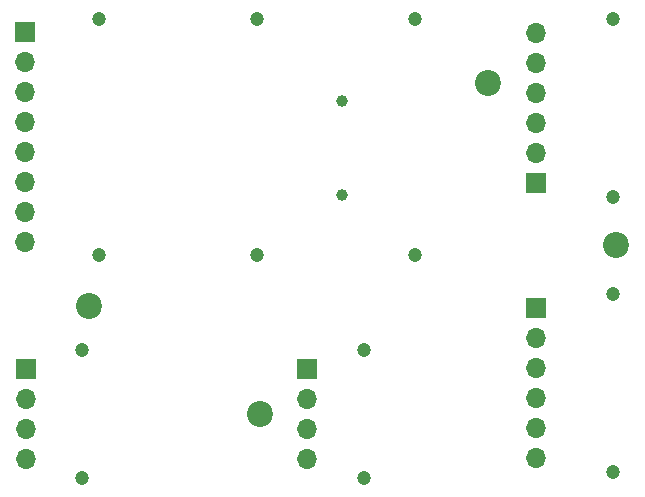
<source format=gbs>
%TF.GenerationSoftware,KiCad,Pcbnew,7.0.9*%
%TF.CreationDate,2024-01-07T22:37:45+08:00*%
%TF.ProjectId,UINIO-Storage,55494e49-4f2d-4537-946f-726167652e6b,Version 1.0.0*%
%TF.SameCoordinates,PX75da690PY4f4f778*%
%TF.FileFunction,Soldermask,Bot*%
%TF.FilePolarity,Negative*%
%FSLAX46Y46*%
G04 Gerber Fmt 4.6, Leading zero omitted, Abs format (unit mm)*
G04 Created by KiCad (PCBNEW 7.0.9) date 2024-01-07 22:37:45*
%MOMM*%
%LPD*%
G01*
G04 APERTURE LIST*
%ADD10R,1.700000X1.700000*%
%ADD11O,1.700000X1.700000*%
%ADD12C,1.200000*%
%ADD13C,2.200000*%
%ADD14C,1.000000*%
G04 APERTURE END LIST*
D10*
%TO.C,J1*%
X-538000Y-31512000D03*
D11*
X-538000Y-34052000D03*
X-538000Y-36592000D03*
X-538000Y-39132000D03*
%TD*%
D12*
%TO.C,HOLE\u002A\u002A*%
X32422000Y-1837000D03*
%TD*%
D13*
%TO.C,HOLE\u002A\u002A*%
X38617000Y-7237000D03*
%TD*%
%TO.C,HOLE\u002A\u002A*%
X19287000Y-35337000D03*
%TD*%
D10*
%TO.C,J2*%
X23257000Y-31512000D03*
D11*
X23257000Y-34052000D03*
X23257000Y-36592000D03*
X23257000Y-39132000D03*
%TD*%
D12*
%TO.C,HOLE\u002A\u002A*%
X49212000Y-25165000D03*
%TD*%
D10*
%TO.C,J3*%
X42702000Y-15707000D03*
D11*
X42702000Y-13167000D03*
X42702000Y-10627000D03*
X42702000Y-8087000D03*
X42702000Y-5547000D03*
X42702000Y-3007000D03*
%TD*%
D14*
%TO.C,Card1*%
X26232000Y-16783000D03*
X26232000Y-8783000D03*
%TD*%
D12*
%TO.C,HOLE\u002A\u002A*%
X32422000Y-21837000D03*
%TD*%
%TO.C,HOLE\u002A\u002A*%
X5708000Y-1837000D03*
%TD*%
%TO.C,HOLE\u002A\u002A*%
X49212000Y-1825000D03*
%TD*%
%TO.C,HOLE\u002A\u002A*%
X4282000Y-29902786D03*
%TD*%
%TO.C,HOLE\u002A\u002A*%
X4282000Y-40722786D03*
%TD*%
%TO.C,HOLE\u002A\u002A*%
X28082000Y-40722786D03*
%TD*%
%TO.C,HOLE\u002A\u002A*%
X49212000Y-16885000D03*
%TD*%
%TO.C,HOLE\u002A\u002A*%
X28082000Y-29902786D03*
%TD*%
%TO.C,HOLE\u002A\u002A*%
X19065000Y-21837000D03*
%TD*%
%TO.C,HOLE\u002A\u002A*%
X49212000Y-40225000D03*
%TD*%
%TO.C,HOLE\u002A\u002A*%
X5708000Y-21837000D03*
%TD*%
D13*
%TO.C,HOLE\u002A\u002A*%
X4802000Y-26132000D03*
%TD*%
D10*
%TO.C,J5*%
X42702000Y-26347000D03*
D11*
X42702000Y-28887000D03*
X42702000Y-31427000D03*
X42702000Y-33967000D03*
X42702000Y-36507000D03*
X42702000Y-39047000D03*
%TD*%
D12*
%TO.C,HOLE\u002A\u002A*%
X19065000Y-1837000D03*
%TD*%
D10*
%TO.C,J4*%
X-548000Y-2962000D03*
D11*
X-548000Y-5502000D03*
X-548000Y-8042000D03*
X-548000Y-10582000D03*
X-548000Y-13122000D03*
X-548000Y-15662000D03*
X-548000Y-18202000D03*
X-548000Y-20742000D03*
%TD*%
D13*
%TO.C,HOLE\u002A\u002A*%
X49487000Y-21027000D03*
%TD*%
M02*

</source>
